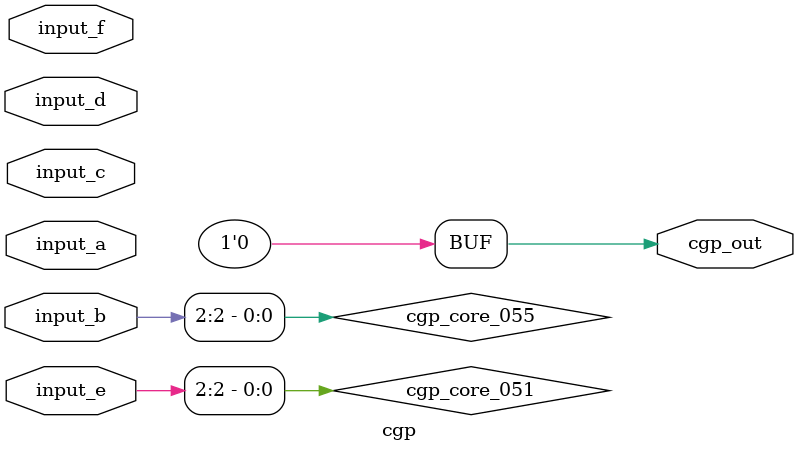
<source format=v>
module cgp(input [2:0] input_a, input [2:0] input_b, input [2:0] input_c, input [2:0] input_d, input [2:0] input_e, input [2:0] input_f, output [0:0] cgp_out);
  wire cgp_core_020;
  wire cgp_core_021;
  wire cgp_core_022;
  wire cgp_core_023;
  wire cgp_core_024;
  wire cgp_core_025;
  wire cgp_core_026;
  wire cgp_core_027;
  wire cgp_core_028;
  wire cgp_core_029;
  wire cgp_core_030;
  wire cgp_core_031_not;
  wire cgp_core_032;
  wire cgp_core_033;
  wire cgp_core_034;
  wire cgp_core_035;
  wire cgp_core_036;
  wire cgp_core_037;
  wire cgp_core_038;
  wire cgp_core_039;
  wire cgp_core_040;
  wire cgp_core_042;
  wire cgp_core_043;
  wire cgp_core_045;
  wire cgp_core_046;
  wire cgp_core_047;
  wire cgp_core_048;
  wire cgp_core_050;
  wire cgp_core_051;
  wire cgp_core_052;
  wire cgp_core_054;
  wire cgp_core_055;
  wire cgp_core_057_not;
  wire cgp_core_058;
  wire cgp_core_060;
  wire cgp_core_061;
  wire cgp_core_062;
  wire cgp_core_064;
  wire cgp_core_067;
  wire cgp_core_068;
  wire cgp_core_069;
  wire cgp_core_071;
  wire cgp_core_072;
  wire cgp_core_073;
  wire cgp_core_076;
  wire cgp_core_078;
  wire cgp_core_085;
  wire cgp_core_087;
  wire cgp_core_088;
  wire cgp_core_090;
  wire cgp_core_091;
  wire cgp_core_093;

  assign cgp_core_020 = input_a[0] ^ input_b[0];
  assign cgp_core_021 = input_e[1] & input_b[0];
  assign cgp_core_022 = input_f[1] ^ input_b[2];
  assign cgp_core_023 = input_a[1] & input_b[1];
  assign cgp_core_024 = ~cgp_core_022;
  assign cgp_core_025 = ~input_e[0];
  assign cgp_core_026 = ~input_e[2];
  assign cgp_core_027 = input_a[0] & input_b[2];
  assign cgp_core_028 = input_a[2] & input_b[2];
  assign cgp_core_029 = cgp_core_027 ^ input_b[1];
  assign cgp_core_030 = cgp_core_027 & cgp_core_026;
  assign cgp_core_031_not = ~input_f[1];
  assign cgp_core_032 = input_a[0] ^ input_d[0];
  assign cgp_core_033 = input_c[0] & input_d[0];
  assign cgp_core_034 = input_c[1] ^ input_d[1];
  assign cgp_core_035 = input_c[1] & input_d[1];
  assign cgp_core_036 = input_f[1] & cgp_core_033;
  assign cgp_core_037 = cgp_core_034 & cgp_core_033;
  assign cgp_core_038 = cgp_core_035 | cgp_core_037;
  assign cgp_core_039 = input_c[2] ^ input_d[2];
  assign cgp_core_040 = ~input_c[2];
  assign cgp_core_042 = cgp_core_039 & input_b[1];
  assign cgp_core_043 = cgp_core_040 | input_e[2];
  assign cgp_core_045 = input_e[0] & input_f[0];
  assign cgp_core_046 = input_e[1] ^ input_f[1];
  assign cgp_core_047 = input_e[1] & input_d[1];
  assign cgp_core_048 = ~input_d[2];
  assign cgp_core_050 = ~cgp_core_047;
  assign cgp_core_051 = input_e[2] & input_e[2];
  assign cgp_core_052 = input_e[2] & input_f[2];
  assign cgp_core_054 = ~cgp_core_051;
  assign cgp_core_055 = input_b[2] | input_b[2];
  assign cgp_core_057_not = ~cgp_core_032;
  assign cgp_core_058 = input_a[0] ^ input_c[1];
  assign cgp_core_060 = cgp_core_058 ^ cgp_core_057_not;
  assign cgp_core_061 = cgp_core_058 & input_a[0];
  assign cgp_core_062 = cgp_core_036 | cgp_core_061;
  assign cgp_core_064 = ~input_c[1];
  assign cgp_core_067 = cgp_core_064 | input_c[2];
  assign cgp_core_068 = cgp_core_043 | cgp_core_055;
  assign cgp_core_069 = cgp_core_043 & cgp_core_055;
  assign cgp_core_071 = cgp_core_068 & cgp_core_067;
  assign cgp_core_072 = cgp_core_069 | cgp_core_071;
  assign cgp_core_073 = ~cgp_core_072;
  assign cgp_core_076 = cgp_core_031_not & input_c[1];
  assign cgp_core_078 = cgp_core_031_not ^ input_c[0];
  assign cgp_core_085 = ~input_e[0];
  assign cgp_core_087 = ~input_b[1];
  assign cgp_core_088 = cgp_core_024 ^ input_e[2];
  assign cgp_core_090 = ~input_e[0];
  assign cgp_core_091 = cgp_core_020 & input_e[1];
  assign cgp_core_093 = input_a[0] & input_d[2];

  assign cgp_out[0] = 1'b0;
endmodule
</source>
